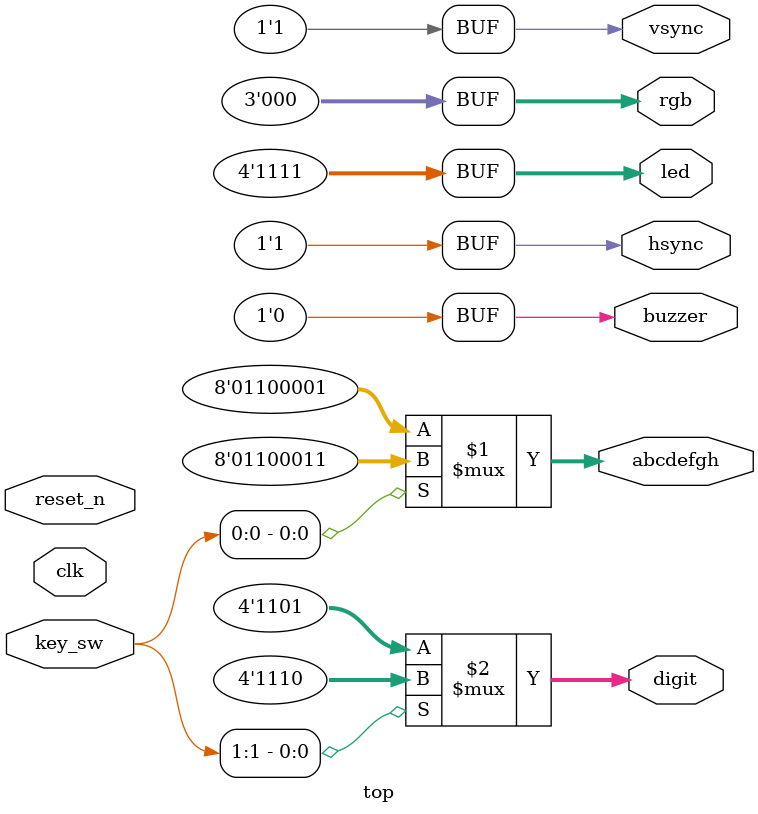
<source format=v>
`include "config.vh"

module top
(
    input        clk,
    input        reset_n,
    
    input  [3:0] key_sw,
    output [3:0] led,

    output [7:0] abcdefgh,
    output [3:0] digit,

    output       buzzer,

    output       hsync,
    output       vsync,
    output [2:0] rgb
);

    assign led    = 4'hf;
    assign buzzer = 1'b0;
    assign hsync  = 1'b1;
    assign vsync  = 1'b1;
    assign rgb    = 3'b0;

    //   --a--
    //  |     |
    //  f     b
    //  |     |
    //   --g--
    //  |     |
    //  e     c
    //  |     |
    //   --d--  h
    //
    //  0 means light

    parameter [7:0] C = 8'b01100011,
                    E = 8'b01100001,
                    h = 8'b11010001,
                    I = 8'b11110011,
                    P = 8'b00110001;

    assign abcdefgh = key_sw [0] ? C : E;
    assign digit    = key_sw [1] ? 4'b1110 : 4'b1101;

    // Exercise 1: Display the first letters
    // of your first name and last name instead.

    // assign abcdefgh = ...
    // assign digit    = ...

    // Exercise 2: Display letters of a 4-character word
    // using this code to display letter of ChIP as an example

    /*

    reg [7:0] letter;
    
    always @*
      case (key_sw)
      4'b0111: letter = C;
      4'b1011: letter = h;
      4'b1101: letter = I;
      4'b1110: letter = P;
      default: letter = E;
      endcase
      
    assign abcdefgh = letter;
    assign digit    = key_sw == 4'b1111 ? 4'b0000 : key_sw;
    */

endmodule

</source>
